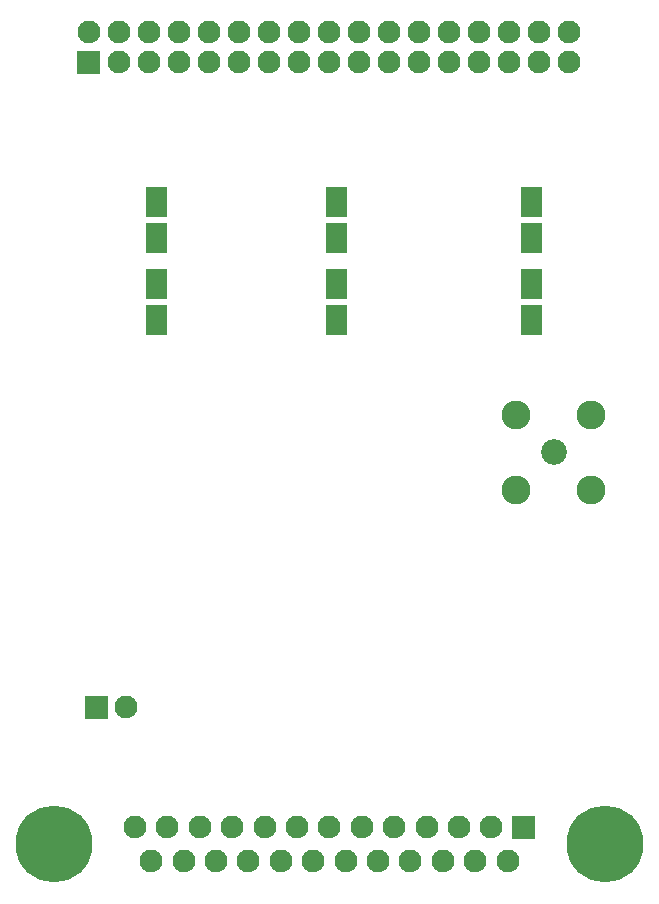
<source format=gbr>
G04 start of page 7 for group -4062 idx -4062 *
G04 Title: (unknown), soldermask *
G04 Creator: pcb 20140316 *
G04 CreationDate: Fri 19 May 2017 10:14:56 PM GMT UTC *
G04 For: thomasc *
G04 Format: Gerber/RS-274X *
G04 PCB-Dimensions (mil): 2500.00 3000.00 *
G04 PCB-Coordinate-Origin: lower left *
%MOIN*%
%FSLAX25Y25*%
%LNBOTTOMMASK*%
%ADD65R,0.0700X0.0700*%
%ADD64C,0.2560*%
%ADD63C,0.0760*%
%ADD62C,0.0001*%
%ADD61C,0.0960*%
%ADD60C,0.0860*%
G54D60*X200000Y150000D03*
G54D61*X187500Y162500D03*
X212500D03*
Y137500D03*
X187500D03*
G54D62*G36*
X186200Y28800D02*Y21200D01*
X193800D01*
Y28800D01*
X186200D01*
G37*
G54D63*X179200Y25000D03*
X184600Y13800D03*
X157600Y25000D03*
X146800D03*
X136000D03*
X168400D03*
X173800Y13800D03*
X163000D03*
X152200D03*
X141400D03*
X130600D03*
G54D64*X217000Y19400D03*
G54D63*X125200Y25000D03*
X114400D03*
X103600D03*
X92800D03*
X82000D03*
X71200D03*
X60400D03*
G54D62*G36*
X43700Y68800D02*Y61200D01*
X51300D01*
Y68800D01*
X43700D01*
G37*
G54D63*X57500Y65000D03*
X119800Y13800D03*
X109000D03*
X98200D03*
X87400D03*
X76600D03*
X65800D03*
G54D64*X33400Y19400D03*
G54D63*X95000Y290000D03*
X105000D03*
X115000D03*
X95000Y280000D03*
X105000D03*
X115000D03*
X125000D03*
X135000D03*
X145000D03*
X125000Y290000D03*
X135000D03*
X145000D03*
X155000D03*
Y280000D03*
X165000Y290000D03*
X175000D03*
X185000D03*
X195000D03*
X205000D03*
X65000D03*
Y280000D03*
X75000Y290000D03*
Y280000D03*
X45000Y290000D03*
G54D62*G36*
X41200Y283800D02*Y276200D01*
X48800D01*
Y283800D01*
X41200D01*
G37*
G54D63*X55000Y290000D03*
Y280000D03*
X85000Y290000D03*
Y280000D03*
X165000D03*
X175000D03*
X185000D03*
X195000D03*
X205000D03*
G54D65*X67500Y207500D02*Y204500D01*
Y235000D02*Y232000D01*
Y223000D02*Y220000D01*
X127500Y207500D02*Y204500D01*
Y195500D02*Y192500D01*
Y235000D02*Y232000D01*
Y223000D02*Y220000D01*
X67500Y195500D02*Y192500D01*
X192500Y207500D02*Y204500D01*
Y195500D02*Y192500D01*
Y235000D02*Y232000D01*
Y223000D02*Y220000D01*
M02*

</source>
